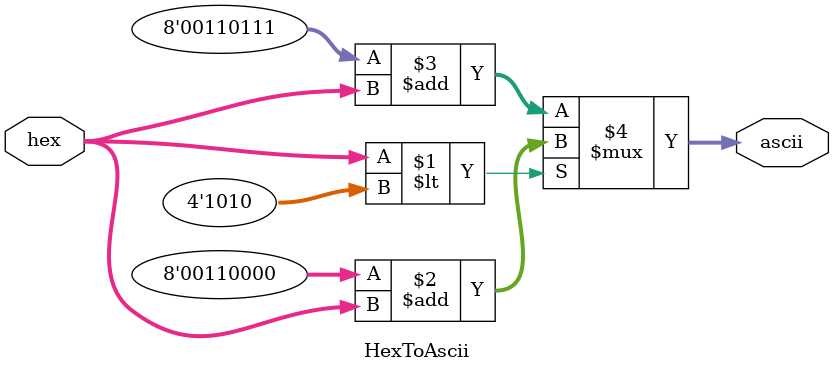
<source format=v>
`timescale 1ns / 1ps


module uart_transmitter128

    (
        input i_start,
        input i_clk100MHz,
        input [127:0] i_text,
        output reg o_uartFinished,
        output tx,
        output isidle
    );
    
    
    // 32 bytes of text (256 bits) + 1 byte Carriage Return (8 bits) + 1 byte Line Feed (8 bits) = 34 bytes (272 bits)
    wire [271:0] ascii_with_lnbrk = {8'h0A, 8'h0D, ascii_pt};
    wire [255:0] ascii_pt;
    generate
        genvar i;
        for (i = 0; i < 32; i = i+1) begin
            HexToAscii inst(.hex(i_text[(i*4)+3:i*4]), .ascii(ascii_pt[(i*8)+7:i*8]));
        end
    endgenerate
    
    wire [7:0] dataToTransmit = ascii_with_lnbrk[(cnt * 8) +: 8];
    
    wire ss_uartTransmittedByte;
    uart_transmitter_datapath inst(.i_start(cs_transmitByte), .i_clk100MHz(i_clk100MHz), .i_data(dataToTransmit), .o_done(ss_uartTransmittedByte), .tx(tx));
         

        
    localparam IDLE = 2'b00;
    localparam TRANSMIT = 2'b01;
    localparam DONE = 2'b10;
    
    reg cs_transmitByte;
    
    reg [5:0] cnt = 0;
    reg [5:0] next_cnt = 0;
    
    reg [1:0] state = 0;
    reg [1:0] next_state = 0;
    always@(posedge i_clk100MHz) begin
        case(state)
            IDLE: begin 
                if (i_start) begin
                    next_state <= TRANSMIT;
                    cnt <= -1;
                end
            end
            TRANSMIT: begin 
                if (ss_uartTransmittedByte) begin
                    cnt <= cnt + 1;
                    if (cnt == 33) begin
                        next_state <= DONE;
                    end
                    

                end
                
                
            end
            DONE: begin 
                next_state <= IDLE;
//                next_cnt <= 0;
            end
            default: begin
                next_state <= IDLE;
//                next_cnt <= 0;
            end
        endcase
    end
    
    always@(posedge i_clk100MHz) begin
        state <= next_state;
//        cnt <= next_cnt;
    end
    
    always@(state or i_start or ss_uartTransmittedByte) begin
        case(state)
            IDLE: begin 
                o_uartFinished <= 0;
                cs_transmitByte <= 0;
            end
            TRANSMIT: begin 
                o_uartFinished <= 0;
                cs_transmitByte <= 1;
            end
            DONE: begin 
                o_uartFinished <= 1;
                cs_transmitByte <= 0;
            end
        endcase        
    end
    
    assign isidle = state == IDLE ? 1 : 0;
endmodule

module uart_transmitter_datapath
    #(
        parameter   DBITS = 8,          // number of data bits in a word
                    SB_TICK = 16,       // number of stop bit / oversampling ticks
                    BR_LIMIT = 651,     // baud rate generator counter limit
                    BR_BITS = 10,       // number of baud rate generator counter bits
                    FIFO_EXP = 2        // exponent for number of FIFO addresses (2^2 = 4)
    )
(
    input i_start,
    input i_clk100MHz,
    input [7:0] i_data,
    output o_done,
    output tx
);
    wire reset;
    assign reset = ~i_start;
    
    // Instantiate Modules for UART Core
    wire tick;                          // sample tick from baud rate generator
    baud_rate_generator 
        #(
            .M(BR_LIMIT), 
            .N(BR_BITS)
         ) 
        BAUD_RATE_GEN   
        (
            .clk_100MHz(i_clk100MHz), 
            .reset(reset),
            .tick(tick)
         );
    
    wire [7:0] res;
    uart_transmitter
        #(
            .DBITS(DBITS),
            .SB_TICK(SB_TICK)
         )
         UART_TX_UNIT
         (
            .clk_100MHz(i_clk100MHz),
            .reset(reset),
            .tx_start(i_start),
            .sample_tick(tick),
            .data_in(i_data),
            .tx_done(o_done),
            .tx(tx)
         );
endmodule

module HexToAscii(
    input [3:0] hex,
    output [7:0] ascii
);

    assign ascii = (hex < 4'hA)? 8'h30 + hex : 8'h37 + hex;

endmodule

</source>
